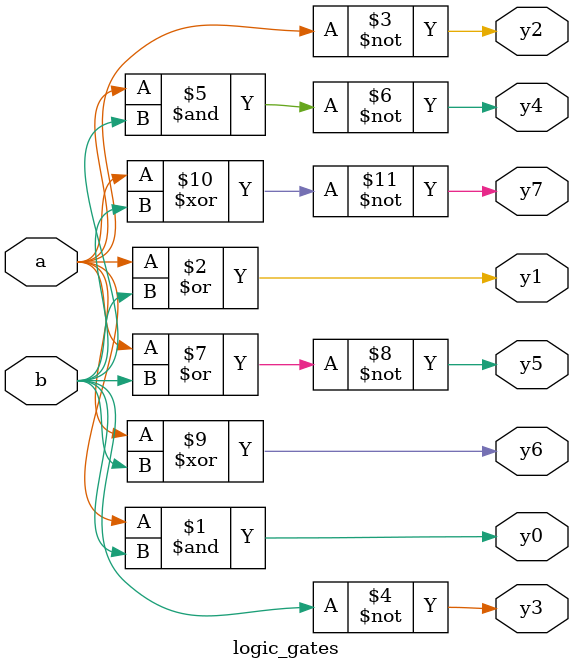
<source format=v>
`timescale 1ns / 1ps


module logic_gates(
input a,b,
output y0,y1,y2,y3,y4,y5,y6,y7
    );
// outputs:
// y0: AND, y1: OR, y2: NOT of a, y3: NOT of b, y4: NAND, y5: NOR, y6: XOR, y7: XNOR
assign y0= a & b;
assign y1= a | b;
assign y2= ~a;
assign y3= ~b;
assign y4= ~(a & b);
assign y5= ~(a | b);
assign y6= a ^ b;
assign y7= ~(a ^ b);
endmodule

</source>
